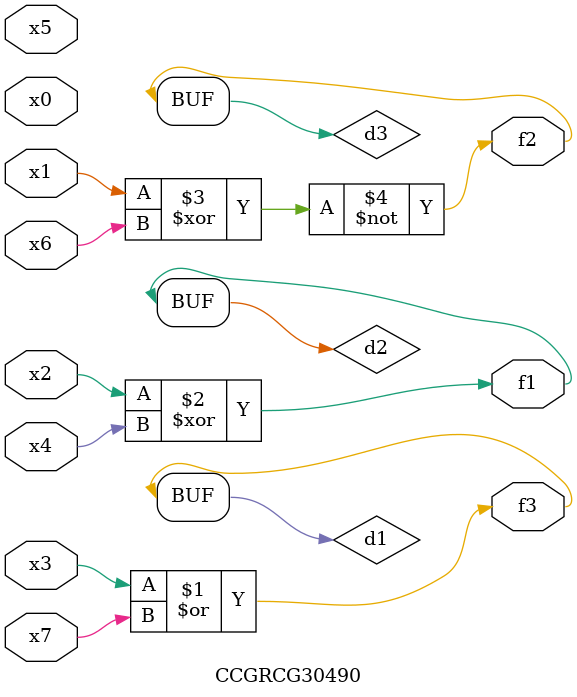
<source format=v>
module CCGRCG30490(
	input x0, x1, x2, x3, x4, x5, x6, x7,
	output f1, f2, f3
);

	wire d1, d2, d3;

	or (d1, x3, x7);
	xor (d2, x2, x4);
	xnor (d3, x1, x6);
	assign f1 = d2;
	assign f2 = d3;
	assign f3 = d1;
endmodule

</source>
